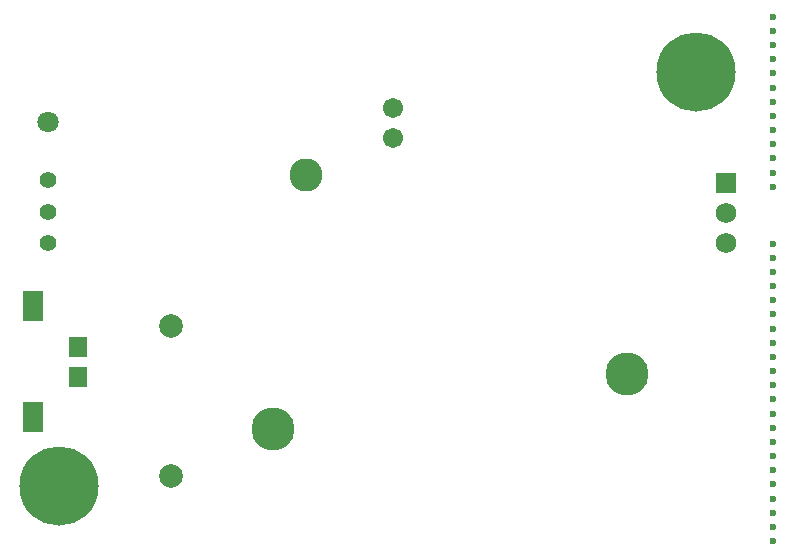
<source format=gbs>
G04 Layer_Color=16711935*
%FSLAX25Y25*%
%MOIN*%
G70*
G01*
G75*
%ADD38C,0.02362*%
%ADD50R,0.06300X0.07100*%
%ADD53R,0.07099X0.10209*%
%ADD59C,0.14383*%
%ADD60C,0.07887*%
%ADD61C,0.05524*%
%ADD64C,0.06706*%
%ADD65R,0.06800X0.06800*%
%ADD66C,0.06800*%
%ADD67C,0.26391*%
%ADD68C,0.07099*%
%ADD69C,0.11036*%
D38*
X261811Y179921D02*
D03*
Y175197D02*
D03*
Y170472D02*
D03*
Y165748D02*
D03*
Y151575D02*
D03*
Y156299D02*
D03*
Y161024D02*
D03*
Y137402D02*
D03*
Y142126D02*
D03*
Y146850D02*
D03*
Y123228D02*
D03*
Y127953D02*
D03*
Y132677D02*
D03*
Y94882D02*
D03*
Y99606D02*
D03*
Y104331D02*
D03*
Y80709D02*
D03*
Y85433D02*
D03*
Y90158D02*
D03*
Y66535D02*
D03*
Y71260D02*
D03*
Y75984D02*
D03*
Y52362D02*
D03*
Y57087D02*
D03*
Y61811D02*
D03*
Y38189D02*
D03*
Y42913D02*
D03*
Y47638D02*
D03*
Y24016D02*
D03*
Y28740D02*
D03*
Y33465D02*
D03*
Y9843D02*
D03*
Y14567D02*
D03*
Y19291D02*
D03*
Y5118D02*
D03*
D50*
X30000Y60000D02*
D03*
Y70000D02*
D03*
D53*
X15000Y83484D02*
D03*
Y46516D02*
D03*
D59*
X212992Y61004D02*
D03*
X95000Y42500D02*
D03*
D60*
X60984Y26752D02*
D03*
Y76752D02*
D03*
D61*
X20000Y115000D02*
D03*
Y104567D02*
D03*
Y125433D02*
D03*
D64*
X135043Y139606D02*
D03*
Y149606D02*
D03*
D65*
X246043Y124606D02*
D03*
D66*
Y114606D02*
D03*
Y104606D02*
D03*
D67*
X236221Y161417D02*
D03*
X23622Y23622D02*
D03*
D68*
X19980Y144705D02*
D03*
D69*
X106043Y127106D02*
D03*
M02*

</source>
